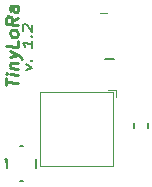
<source format=gto>
G04 #@! TF.GenerationSoftware,KiCad,Pcbnew,(5.1.2-1)-1*
G04 #@! TF.CreationDate,2019-07-31T11:47:25+02:00*
G04 #@! TF.ProjectId,TLM-v1_2,544c4d2d-7631-45f3-922e-6b696361645f,1.1*
G04 #@! TF.SameCoordinates,Original*
G04 #@! TF.FileFunction,Legend,Top*
G04 #@! TF.FilePolarity,Positive*
%FSLAX46Y46*%
G04 Gerber Fmt 4.6, Leading zero omitted, Abs format (unit mm)*
G04 Created by KiCad (PCBNEW (5.1.2-1)-1) date 2019-07-31 11:47:25*
%MOMM*%
%LPD*%
G04 APERTURE LIST*
%ADD10C,0.200000*%
%ADD11C,0.175000*%
%ADD12C,0.225000*%
%ADD13C,0.120000*%
G04 APERTURE END LIST*
D10*
X138653620Y-78239620D02*
X139453620Y-78239620D01*
D11*
X131968571Y-79133028D02*
X132501904Y-78973504D01*
X131968571Y-78680647D01*
X132425714Y-78375885D02*
X132463809Y-78335409D01*
X132501904Y-78385409D01*
X132463809Y-78425885D01*
X132425714Y-78375885D01*
X132501904Y-78385409D01*
X132501904Y-76711599D02*
X132501904Y-77254456D01*
X132501904Y-76983028D02*
X131701904Y-76883028D01*
X131816190Y-76987790D01*
X131892380Y-77087790D01*
X131930476Y-77183028D01*
X132425714Y-76294933D02*
X132463809Y-76254456D01*
X132501904Y-76304456D01*
X132463809Y-76344933D01*
X132425714Y-76294933D01*
X132501904Y-76304456D01*
X131778095Y-75806837D02*
X131740000Y-75756837D01*
X131701904Y-75661599D01*
X131701904Y-75435409D01*
X131740000Y-75349694D01*
X131778095Y-75309218D01*
X131854285Y-75273504D01*
X131930476Y-75283028D01*
X132044761Y-75342552D01*
X132501904Y-75942552D01*
X132501904Y-75354456D01*
D12*
X130313180Y-80451812D02*
X130313180Y-79823240D01*
X131313180Y-80262526D02*
X130313180Y-80137526D01*
X131313180Y-79581574D02*
X130646514Y-79498240D01*
X130313180Y-79456574D02*
X130360800Y-79514907D01*
X130408419Y-79468478D01*
X130360800Y-79410145D01*
X130313180Y-79456574D01*
X130408419Y-79468478D01*
X130646514Y-78974431D02*
X131313180Y-79057764D01*
X130741752Y-78986336D02*
X130694133Y-78928002D01*
X130646514Y-78817288D01*
X130646514Y-78660145D01*
X130694133Y-78561336D01*
X130789371Y-78520859D01*
X131313180Y-78586336D01*
X130646514Y-78083955D02*
X131313180Y-77905383D01*
X130646514Y-77560145D02*
X131313180Y-77905383D01*
X131551276Y-78039907D01*
X131598895Y-78098240D01*
X131646514Y-78208955D01*
X131313180Y-76700621D02*
X131313180Y-77224431D01*
X130313180Y-77099431D01*
X131313180Y-76176812D02*
X131265561Y-76275621D01*
X131217942Y-76322050D01*
X131122704Y-76362526D01*
X130836990Y-76326812D01*
X130741752Y-76262526D01*
X130694133Y-76204193D01*
X130646514Y-76093478D01*
X130646514Y-75936336D01*
X130694133Y-75837526D01*
X130741752Y-75791097D01*
X130836990Y-75750621D01*
X131122704Y-75786336D01*
X131217942Y-75850621D01*
X131265561Y-75908955D01*
X131313180Y-76019669D01*
X131313180Y-76176812D01*
X131313180Y-74710145D02*
X130836990Y-75017288D01*
X131313180Y-75338716D02*
X130313180Y-75213716D01*
X130313180Y-74794669D01*
X130360800Y-74695859D01*
X130408419Y-74649431D01*
X130503657Y-74608955D01*
X130646514Y-74626812D01*
X130741752Y-74691097D01*
X130789371Y-74749431D01*
X130836990Y-74860145D01*
X130836990Y-75279193D01*
X131313180Y-73767288D02*
X130789371Y-73701812D01*
X130694133Y-73742288D01*
X130646514Y-73841097D01*
X130646514Y-74050621D01*
X130694133Y-74161336D01*
X131265561Y-73761336D02*
X131313180Y-73872050D01*
X131313180Y-74133955D01*
X131265561Y-74232764D01*
X131170323Y-74273240D01*
X131075085Y-74261336D01*
X130979847Y-74197050D01*
X130932228Y-74086336D01*
X130932228Y-73824431D01*
X130884609Y-73713716D01*
D10*
X130200000Y-86675000D02*
X130400000Y-87075000D01*
X130400000Y-86675000D02*
X130200000Y-86675000D01*
X131700000Y-88575000D02*
X131500000Y-88575000D01*
X131700000Y-85575000D02*
X131500000Y-85575000D01*
X132800000Y-86675000D02*
X132800000Y-87475000D01*
X130400000Y-86675000D02*
X130400000Y-87475000D01*
X142300000Y-83650000D02*
X142300000Y-84050000D01*
X141100000Y-83650000D02*
X141100000Y-84050000D01*
D13*
X139371000Y-87237500D02*
X133171000Y-87237500D01*
X139371000Y-81037500D02*
X133171000Y-81037500D01*
X133171000Y-81037500D02*
X133171000Y-87237500D01*
X139371000Y-81037500D02*
X139371000Y-87237500D01*
X139571000Y-80837500D02*
X138971000Y-80837500D01*
X139571000Y-81437500D02*
X139571000Y-80837500D01*
X138840000Y-74310000D02*
X138240000Y-74310000D01*
M02*

</source>
